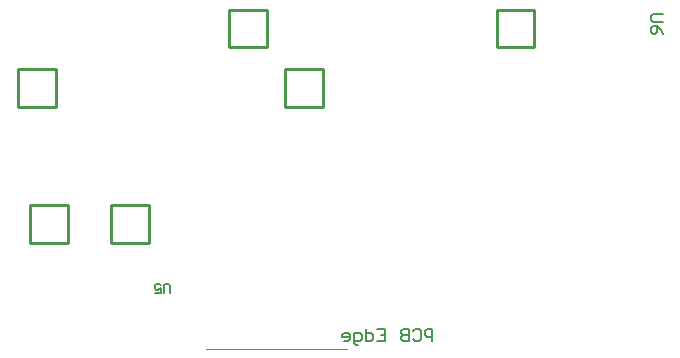
<source format=gm1>
G04 Layer_Color=16711935*
%FSLAX24Y24*%
%MOIN*%
G70*
G01*
G75*
%ADD29C,0.0100*%
%ADD59C,0.0050*%
%ADD61C,0.0079*%
%ADD99C,0.0039*%
%ADD100C,0.0060*%
D29*
X14676Y39200D02*
X15936D01*
Y40460D01*
X14676D02*
X15936D01*
X14676Y39200D02*
Y40460D01*
X22976Y41176D02*
Y42436D01*
X21716D02*
X22976D01*
X21716Y41176D02*
Y42436D01*
Y41176D02*
X22976D01*
X31900Y41176D02*
Y42436D01*
X30640D02*
X31900D01*
X30640Y41176D02*
Y42436D01*
Y41176D02*
X31900D01*
X15100Y34664D02*
Y35924D01*
Y34664D02*
X16360D01*
Y35924D01*
X15100D02*
X16360D01*
X17800Y34664D02*
Y35924D01*
Y34664D02*
X19060D01*
Y35924D01*
X17800D02*
X19060D01*
X23601Y39200D02*
X24861D01*
Y40460D01*
X23601D02*
X24861D01*
X23601Y39200D02*
Y40460D01*
D59*
X19750Y33000D02*
Y33250D01*
X19700Y33300D01*
X19600D01*
X19550Y33250D01*
Y33000D01*
X19250D02*
X19450D01*
Y33150D01*
X19350Y33100D01*
X19300D01*
X19250Y33150D01*
Y33250D01*
X19300Y33300D01*
X19400D01*
X19450Y33250D01*
D61*
X28500Y31400D02*
Y31794D01*
X28303D01*
X28238Y31728D01*
Y31597D01*
X28303Y31531D01*
X28500D01*
X27844Y31728D02*
X27910Y31794D01*
X28041D01*
X28106Y31728D01*
Y31466D01*
X28041Y31400D01*
X27910D01*
X27844Y31466D01*
X27713Y31794D02*
Y31400D01*
X27516D01*
X27450Y31466D01*
Y31531D01*
X27516Y31597D01*
X27713D01*
X27516D01*
X27450Y31662D01*
Y31728D01*
X27516Y31794D01*
X27713D01*
X26663D02*
X26926D01*
Y31400D01*
X26663D01*
X26926Y31597D02*
X26795D01*
X26270Y31794D02*
Y31400D01*
X26467D01*
X26532Y31466D01*
Y31597D01*
X26467Y31662D01*
X26270D01*
X26007Y31269D02*
X25942D01*
X25876Y31334D01*
Y31662D01*
X26073D01*
X26139Y31597D01*
Y31466D01*
X26073Y31400D01*
X25876D01*
X25548D02*
X25679D01*
X25745Y31466D01*
Y31597D01*
X25679Y31662D01*
X25548D01*
X25483Y31597D01*
Y31531D01*
X25745D01*
D99*
X20938Y31129D02*
X25662D01*
D100*
X36200Y42300D02*
X35867D01*
X35800Y42233D01*
Y42100D01*
X35867Y42033D01*
X36200D01*
Y41634D02*
X36133Y41767D01*
X36000Y41900D01*
X35867D01*
X35800Y41833D01*
Y41700D01*
X35867Y41634D01*
X35933D01*
X36000Y41700D01*
Y41900D01*
M02*

</source>
